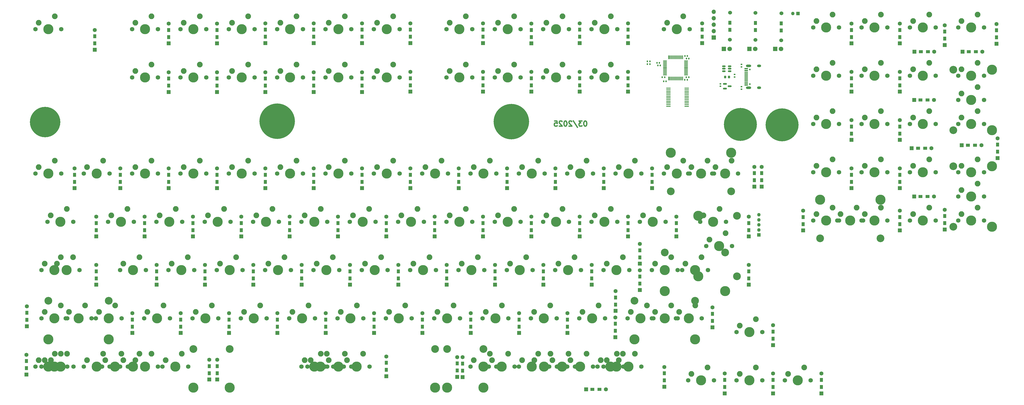
<source format=gbs>
G04 #@! TF.GenerationSoftware,KiCad,Pcbnew,9.0.0*
G04 #@! TF.CreationDate,2025-04-22T01:26:24+02:00*
G04 #@! TF.ProjectId,takt11800,74616b74-3131-4383-9030-2e6b69636164,1.0.0*
G04 #@! TF.SameCoordinates,Original*
G04 #@! TF.FileFunction,Soldermask,Bot*
G04 #@! TF.FilePolarity,Negative*
%FSLAX46Y46*%
G04 Gerber Fmt 4.6, Leading zero omitted, Abs format (unit mm)*
G04 Created by KiCad (PCBNEW 9.0.0) date 2025-04-22 01:26:24*
%MOMM*%
%LPD*%
G01*
G04 APERTURE LIST*
G04 Aperture macros list*
%AMRoundRect*
0 Rectangle with rounded corners*
0 $1 Rounding radius*
0 $2 $3 $4 $5 $6 $7 $8 $9 X,Y pos of 4 corners*
0 Add a 4 corners polygon primitive as box body*
4,1,4,$2,$3,$4,$5,$6,$7,$8,$9,$2,$3,0*
0 Add four circle primitives for the rounded corners*
1,1,$1+$1,$2,$3*
1,1,$1+$1,$4,$5*
1,1,$1+$1,$6,$7*
1,1,$1+$1,$8,$9*
0 Add four rect primitives between the rounded corners*
20,1,$1+$1,$2,$3,$4,$5,0*
20,1,$1+$1,$4,$5,$6,$7,0*
20,1,$1+$1,$6,$7,$8,$9,0*
20,1,$1+$1,$8,$9,$2,$3,0*%
G04 Aperture macros list end*
%ADD10C,0.500000*%
%ADD11C,1.750000*%
%ADD12C,3.987800*%
%ADD13C,2.250000*%
%ADD14R,1.200000X1.600000*%
%ADD15R,1.600000X1.600000*%
%ADD16C,1.600000*%
%ADD17C,3.048000*%
%ADD18R,1.600000X1.200000*%
%ADD19R,1.800000X1.800000*%
%ADD20C,1.800000*%
%ADD21C,1.524000*%
%ADD22R,1.700000X1.700000*%
%ADD23O,1.700000X1.700000*%
%ADD24O,12.000000X12.000000*%
%ADD25C,13.000000*%
%ADD26C,14.000000*%
%ADD27RoundRect,0.135000X-0.185000X0.135000X-0.185000X-0.135000X0.185000X-0.135000X0.185000X0.135000X0*%
%ADD28RoundRect,0.140000X-0.140000X-0.170000X0.140000X-0.170000X0.140000X0.170000X-0.140000X0.170000X0*%
%ADD29RoundRect,0.140000X-0.170000X0.140000X-0.170000X-0.140000X0.170000X-0.140000X0.170000X0.140000X0*%
%ADD30RoundRect,0.135000X0.185000X-0.135000X0.185000X0.135000X-0.185000X0.135000X-0.185000X-0.135000X0*%
%ADD31RoundRect,0.150000X0.512500X0.150000X-0.512500X0.150000X-0.512500X-0.150000X0.512500X-0.150000X0*%
%ADD32RoundRect,0.075000X0.662500X0.075000X-0.662500X0.075000X-0.662500X-0.075000X0.662500X-0.075000X0*%
%ADD33RoundRect,0.075000X0.075000X0.662500X-0.075000X0.662500X-0.075000X-0.662500X0.075000X-0.662500X0*%
%ADD34C,0.650000*%
%ADD35R,1.450000X0.600000*%
%ADD36R,1.450000X0.300000*%
%ADD37O,1.600000X1.000000*%
%ADD38O,2.100000X1.000000*%
%ADD39RoundRect,0.140000X0.140000X0.170000X-0.140000X0.170000X-0.140000X-0.170000X0.140000X-0.170000X0*%
%ADD40R,1.350000X1.350000*%
%ADD41O,1.350000X1.350000*%
%ADD42RoundRect,0.150000X0.587500X0.150000X-0.587500X0.150000X-0.587500X-0.150000X0.587500X-0.150000X0*%
%ADD43RoundRect,0.135000X-0.135000X-0.185000X0.135000X-0.185000X0.135000X0.185000X-0.135000X0.185000X0*%
%ADD44R,1.750000X0.450000*%
%ADD45RoundRect,0.218750X0.218750X0.256250X-0.218750X0.256250X-0.218750X-0.256250X0.218750X-0.256250X0*%
%ADD46RoundRect,0.140000X0.170000X-0.140000X0.170000X0.140000X-0.170000X0.140000X-0.170000X-0.140000X0*%
G04 APERTURE END LIST*
D10*
X240454762Y-115974238D02*
X240264285Y-115974238D01*
X240264285Y-115974238D02*
X240073809Y-116069476D01*
X240073809Y-116069476D02*
X239978571Y-116164714D01*
X239978571Y-116164714D02*
X239883333Y-116355190D01*
X239883333Y-116355190D02*
X239788095Y-116736142D01*
X239788095Y-116736142D02*
X239788095Y-117212333D01*
X239788095Y-117212333D02*
X239883333Y-117593285D01*
X239883333Y-117593285D02*
X239978571Y-117783761D01*
X239978571Y-117783761D02*
X240073809Y-117879000D01*
X240073809Y-117879000D02*
X240264285Y-117974238D01*
X240264285Y-117974238D02*
X240454762Y-117974238D01*
X240454762Y-117974238D02*
X240645238Y-117879000D01*
X240645238Y-117879000D02*
X240740476Y-117783761D01*
X240740476Y-117783761D02*
X240835714Y-117593285D01*
X240835714Y-117593285D02*
X240930952Y-117212333D01*
X240930952Y-117212333D02*
X240930952Y-116736142D01*
X240930952Y-116736142D02*
X240835714Y-116355190D01*
X240835714Y-116355190D02*
X240740476Y-116164714D01*
X240740476Y-116164714D02*
X240645238Y-116069476D01*
X240645238Y-116069476D02*
X240454762Y-115974238D01*
X239121428Y-115974238D02*
X237883333Y-115974238D01*
X237883333Y-115974238D02*
X238550000Y-116736142D01*
X238550000Y-116736142D02*
X238264285Y-116736142D01*
X238264285Y-116736142D02*
X238073809Y-116831380D01*
X238073809Y-116831380D02*
X237978571Y-116926619D01*
X237978571Y-116926619D02*
X237883333Y-117117095D01*
X237883333Y-117117095D02*
X237883333Y-117593285D01*
X237883333Y-117593285D02*
X237978571Y-117783761D01*
X237978571Y-117783761D02*
X238073809Y-117879000D01*
X238073809Y-117879000D02*
X238264285Y-117974238D01*
X238264285Y-117974238D02*
X238835714Y-117974238D01*
X238835714Y-117974238D02*
X239026190Y-117879000D01*
X239026190Y-117879000D02*
X239121428Y-117783761D01*
X235597619Y-115879000D02*
X237311904Y-118450428D01*
X235026190Y-116164714D02*
X234930952Y-116069476D01*
X234930952Y-116069476D02*
X234740476Y-115974238D01*
X234740476Y-115974238D02*
X234264285Y-115974238D01*
X234264285Y-115974238D02*
X234073809Y-116069476D01*
X234073809Y-116069476D02*
X233978571Y-116164714D01*
X233978571Y-116164714D02*
X233883333Y-116355190D01*
X233883333Y-116355190D02*
X233883333Y-116545666D01*
X233883333Y-116545666D02*
X233978571Y-116831380D01*
X233978571Y-116831380D02*
X235121428Y-117974238D01*
X235121428Y-117974238D02*
X233883333Y-117974238D01*
X232645238Y-115974238D02*
X232454761Y-115974238D01*
X232454761Y-115974238D02*
X232264285Y-116069476D01*
X232264285Y-116069476D02*
X232169047Y-116164714D01*
X232169047Y-116164714D02*
X232073809Y-116355190D01*
X232073809Y-116355190D02*
X231978571Y-116736142D01*
X231978571Y-116736142D02*
X231978571Y-117212333D01*
X231978571Y-117212333D02*
X232073809Y-117593285D01*
X232073809Y-117593285D02*
X232169047Y-117783761D01*
X232169047Y-117783761D02*
X232264285Y-117879000D01*
X232264285Y-117879000D02*
X232454761Y-117974238D01*
X232454761Y-117974238D02*
X232645238Y-117974238D01*
X232645238Y-117974238D02*
X232835714Y-117879000D01*
X232835714Y-117879000D02*
X232930952Y-117783761D01*
X232930952Y-117783761D02*
X233026190Y-117593285D01*
X233026190Y-117593285D02*
X233121428Y-117212333D01*
X233121428Y-117212333D02*
X233121428Y-116736142D01*
X233121428Y-116736142D02*
X233026190Y-116355190D01*
X233026190Y-116355190D02*
X232930952Y-116164714D01*
X232930952Y-116164714D02*
X232835714Y-116069476D01*
X232835714Y-116069476D02*
X232645238Y-115974238D01*
X231216666Y-116164714D02*
X231121428Y-116069476D01*
X231121428Y-116069476D02*
X230930952Y-115974238D01*
X230930952Y-115974238D02*
X230454761Y-115974238D01*
X230454761Y-115974238D02*
X230264285Y-116069476D01*
X230264285Y-116069476D02*
X230169047Y-116164714D01*
X230169047Y-116164714D02*
X230073809Y-116355190D01*
X230073809Y-116355190D02*
X230073809Y-116545666D01*
X230073809Y-116545666D02*
X230169047Y-116831380D01*
X230169047Y-116831380D02*
X231311904Y-117974238D01*
X231311904Y-117974238D02*
X230073809Y-117974238D01*
X228264285Y-115974238D02*
X229216666Y-115974238D01*
X229216666Y-115974238D02*
X229311904Y-116926619D01*
X229311904Y-116926619D02*
X229216666Y-116831380D01*
X229216666Y-116831380D02*
X229026190Y-116736142D01*
X229026190Y-116736142D02*
X228549999Y-116736142D01*
X228549999Y-116736142D02*
X228359523Y-116831380D01*
X228359523Y-116831380D02*
X228264285Y-116926619D01*
X228264285Y-116926619D02*
X228169047Y-117117095D01*
X228169047Y-117117095D02*
X228169047Y-117593285D01*
X228169047Y-117593285D02*
X228264285Y-117783761D01*
X228264285Y-117783761D02*
X228359523Y-117879000D01*
X228359523Y-117879000D02*
X228549999Y-117974238D01*
X228549999Y-117974238D02*
X229026190Y-117974238D01*
X229026190Y-117974238D02*
X229216666Y-117879000D01*
X229216666Y-117879000D02*
X229311904Y-117783761D01*
D11*
X23715500Y-79751250D03*
D12*
X28795500Y-79751250D03*
D11*
X33875500Y-79751250D03*
D13*
X24985500Y-77211250D03*
X31335500Y-74671250D03*
D14*
X47050000Y-85320000D03*
D15*
X47050000Y-87820000D03*
D16*
X47050000Y-80020000D03*
D14*
X47050000Y-82520000D03*
X76197500Y-82832500D03*
D15*
X76197500Y-85332500D03*
D16*
X76197500Y-77532500D03*
D14*
X76197500Y-80032500D03*
X95247500Y-82832500D03*
D15*
X95247500Y-85332500D03*
D16*
X95247500Y-77532500D03*
D14*
X95247500Y-80032500D03*
X114297500Y-82713750D03*
D15*
X114297500Y-85213750D03*
D16*
X114297500Y-77413750D03*
D14*
X114297500Y-79913750D03*
X133347500Y-82713750D03*
D15*
X133347500Y-85213750D03*
D16*
X133347500Y-77413750D03*
D14*
X133347500Y-79913750D03*
X152397500Y-82713750D03*
D15*
X152397500Y-85213750D03*
D16*
X152397500Y-77413750D03*
D14*
X152397500Y-79913750D03*
X171447500Y-82713750D03*
D15*
X171447500Y-85213750D03*
D16*
X171447500Y-77413750D03*
D14*
X171447500Y-79913750D03*
X76197500Y-102001250D03*
D15*
X76197500Y-104501250D03*
D16*
X76197500Y-96701250D03*
D14*
X76197500Y-99201250D03*
X95247500Y-102001250D03*
D15*
X95247500Y-104501250D03*
D16*
X95247500Y-96701250D03*
D14*
X95247500Y-99201250D03*
X114297500Y-102001250D03*
D15*
X114297500Y-104501250D03*
D16*
X114297500Y-96701250D03*
D14*
X114297500Y-99201250D03*
X133347500Y-102001250D03*
D15*
X133347500Y-104501250D03*
D16*
X133347500Y-96701250D03*
D14*
X133347500Y-99201250D03*
X152397500Y-102001250D03*
D15*
X152397500Y-104501250D03*
D16*
X152397500Y-96701250D03*
D14*
X152397500Y-99201250D03*
X171447500Y-101882500D03*
D15*
X171447500Y-104382500D03*
D16*
X171447500Y-96582500D03*
D14*
X171447500Y-99082500D03*
X57147500Y-139982500D03*
D15*
X57147500Y-142482500D03*
D16*
X57147500Y-134682500D03*
D14*
X57147500Y-137182500D03*
X114297500Y-139982500D03*
D15*
X114297500Y-142482500D03*
D16*
X114297500Y-134682500D03*
D14*
X114297500Y-137182500D03*
X133347500Y-139982500D03*
D15*
X133347500Y-142482500D03*
D16*
X133347500Y-134682500D03*
D14*
X133347500Y-137182500D03*
X152397500Y-139982500D03*
D15*
X152397500Y-142482500D03*
D16*
X152397500Y-134682500D03*
D14*
X152397500Y-137182500D03*
X171447500Y-139982500D03*
D15*
X171447500Y-142482500D03*
D16*
X171447500Y-134682500D03*
D14*
X171447500Y-137182500D03*
X190497500Y-139982500D03*
D15*
X190497500Y-142482500D03*
D16*
X190497500Y-134682500D03*
D14*
X190497500Y-137182500D03*
X209547500Y-139982500D03*
D15*
X209547500Y-142482500D03*
D16*
X209547500Y-134682500D03*
D14*
X209547500Y-137182500D03*
X228597500Y-139982500D03*
D15*
X228597500Y-142482500D03*
D16*
X228597500Y-134682500D03*
D14*
X228597500Y-137182500D03*
X247647500Y-139982500D03*
D15*
X247647500Y-142482500D03*
D16*
X247647500Y-134682500D03*
D14*
X247647500Y-137182500D03*
X47622500Y-159032500D03*
D15*
X47622500Y-161532500D03*
D16*
X47622500Y-153732500D03*
D14*
X47622500Y-156232500D03*
X66672500Y-159032500D03*
D15*
X66672500Y-161532500D03*
D16*
X66672500Y-153732500D03*
D14*
X66672500Y-156232500D03*
X85722500Y-159032500D03*
D15*
X85722500Y-161532500D03*
D16*
X85722500Y-153732500D03*
D14*
X85722500Y-156232500D03*
X104772500Y-159032500D03*
D15*
X104772500Y-161532500D03*
D16*
X104772500Y-153732500D03*
D14*
X104772500Y-156232500D03*
X123822500Y-159032500D03*
D15*
X123822500Y-161532500D03*
D16*
X123822500Y-153732500D03*
D14*
X123822500Y-156232500D03*
X142872500Y-159032500D03*
D15*
X142872500Y-161532500D03*
D16*
X142872500Y-153732500D03*
D14*
X142872500Y-156232500D03*
X161922500Y-159032500D03*
D15*
X161922500Y-161532500D03*
D16*
X161922500Y-153732500D03*
D14*
X161922500Y-156232500D03*
X180972500Y-159032500D03*
D15*
X180972500Y-161532500D03*
D16*
X180972500Y-153732500D03*
D14*
X180972500Y-156232500D03*
X200022500Y-159032500D03*
D15*
X200022500Y-161532500D03*
D16*
X200022500Y-153732500D03*
D14*
X200022500Y-156232500D03*
X219072500Y-159032500D03*
D15*
X219072500Y-161532500D03*
D16*
X219072500Y-153732500D03*
D14*
X219072500Y-156232500D03*
X238122500Y-159032500D03*
D15*
X238122500Y-161532500D03*
D16*
X238122500Y-153732500D03*
D14*
X238122500Y-156232500D03*
X257172500Y-159032500D03*
D15*
X257172500Y-161532500D03*
D16*
X257172500Y-153732500D03*
D14*
X257172500Y-156232500D03*
X276222500Y-159032500D03*
D15*
X276222500Y-161532500D03*
D16*
X276222500Y-153732500D03*
D14*
X276222500Y-156232500D03*
X304797500Y-159032500D03*
D15*
X304797500Y-161532500D03*
D16*
X304797500Y-153732500D03*
D14*
X304797500Y-156232500D03*
X47622500Y-178082500D03*
D15*
X47622500Y-180582500D03*
D16*
X47622500Y-172782500D03*
D14*
X47622500Y-175282500D03*
X71435000Y-178082500D03*
D15*
X71435000Y-180582500D03*
D16*
X71435000Y-172782500D03*
D14*
X71435000Y-175282500D03*
X90485000Y-178082500D03*
D15*
X90485000Y-180582500D03*
D16*
X90485000Y-172782500D03*
D14*
X90485000Y-175282500D03*
X109535000Y-178082500D03*
D15*
X109535000Y-180582500D03*
D16*
X109535000Y-172782500D03*
D14*
X109535000Y-175282500D03*
X128585000Y-178082500D03*
D15*
X128585000Y-180582500D03*
D16*
X128585000Y-172782500D03*
D14*
X128585000Y-175282500D03*
X147635000Y-178082500D03*
D15*
X147635000Y-180582500D03*
D16*
X147635000Y-172782500D03*
D14*
X147635000Y-175282500D03*
X166685000Y-178082500D03*
D15*
X166685000Y-180582500D03*
D16*
X166685000Y-172782500D03*
D14*
X166685000Y-175282500D03*
X185735000Y-178082500D03*
D15*
X185735000Y-180582500D03*
D16*
X185735000Y-172782500D03*
D14*
X185735000Y-175282500D03*
X204785000Y-178082500D03*
D15*
X204785000Y-180582500D03*
D16*
X204785000Y-172782500D03*
D14*
X204785000Y-175282500D03*
X223835000Y-178082500D03*
D15*
X223835000Y-180582500D03*
D16*
X223835000Y-172782500D03*
D14*
X223835000Y-175282500D03*
X242885000Y-178082500D03*
D15*
X242885000Y-180582500D03*
D16*
X242885000Y-172782500D03*
D14*
X242885000Y-175282500D03*
X261833400Y-180155600D03*
D15*
X261833400Y-182655600D03*
D16*
X261833400Y-174855600D03*
D14*
X261833400Y-177355600D03*
X290510000Y-194870000D03*
D15*
X290510000Y-197370000D03*
D16*
X290510000Y-189570000D03*
D14*
X290510000Y-192070000D03*
X20300000Y-194440000D03*
D15*
X20300000Y-196940000D03*
D16*
X20300000Y-189140000D03*
D14*
X20300000Y-191640000D03*
X61910000Y-197132500D03*
D15*
X61910000Y-199632500D03*
D16*
X61910000Y-191832500D03*
D14*
X61910000Y-194332500D03*
X80960000Y-197132500D03*
D15*
X80960000Y-199632500D03*
D16*
X80960000Y-191832500D03*
D14*
X80960000Y-194332500D03*
X100010000Y-197132500D03*
D15*
X100010000Y-199632500D03*
D16*
X100010000Y-191832500D03*
D14*
X100010000Y-194332500D03*
X119060000Y-197132500D03*
D15*
X119060000Y-199632500D03*
D16*
X119060000Y-191832500D03*
D14*
X119060000Y-194332500D03*
X138110000Y-197132500D03*
D15*
X138110000Y-199632500D03*
D16*
X138110000Y-191832500D03*
D14*
X138110000Y-194332500D03*
X157160000Y-197132500D03*
D15*
X157160000Y-199632500D03*
D16*
X157160000Y-191832500D03*
D14*
X157160000Y-194332500D03*
X176210000Y-197132500D03*
D15*
X176210000Y-199632500D03*
D16*
X176210000Y-191832500D03*
D14*
X176210000Y-194332500D03*
X195260000Y-197132500D03*
D15*
X195260000Y-199632500D03*
D16*
X195260000Y-191832500D03*
D14*
X195260000Y-194332500D03*
X233360000Y-197132500D03*
D15*
X233360000Y-199632500D03*
D16*
X233360000Y-191832500D03*
D14*
X233360000Y-194332500D03*
X252333800Y-188421400D03*
D15*
X252333800Y-190921400D03*
D16*
X252333800Y-183121400D03*
D14*
X252333800Y-185621400D03*
D11*
X61810900Y-79751250D03*
D12*
X66890900Y-79751250D03*
D11*
X71970900Y-79751250D03*
D13*
X63080900Y-77211250D03*
X69430900Y-74671250D03*
D11*
X80860900Y-79751250D03*
D12*
X85940900Y-79751250D03*
D11*
X91020900Y-79751250D03*
D13*
X82130900Y-77211250D03*
X88480900Y-74671250D03*
D11*
X99910900Y-79751250D03*
D12*
X104990900Y-79751250D03*
D11*
X110070900Y-79751250D03*
D13*
X101180900Y-77211250D03*
X107530900Y-74671250D03*
D11*
X118960900Y-79751250D03*
D12*
X124040900Y-79751250D03*
D11*
X129120900Y-79751250D03*
D13*
X120230900Y-77211250D03*
X126580900Y-74671250D03*
D11*
X138010900Y-79751250D03*
D12*
X143090900Y-79751250D03*
D11*
X148170900Y-79751250D03*
D13*
X139280900Y-77211250D03*
X145630900Y-74671250D03*
D11*
X157060900Y-79751250D03*
D12*
X162140900Y-79751250D03*
D11*
X167220900Y-79751250D03*
D13*
X158330900Y-77211250D03*
X164680900Y-74671250D03*
D11*
X61810900Y-98801250D03*
D12*
X66890900Y-98801250D03*
D11*
X71970900Y-98801250D03*
D13*
X63080900Y-96261250D03*
X69430900Y-93721250D03*
D11*
X80860900Y-98801250D03*
D12*
X85940900Y-98801250D03*
D11*
X91020900Y-98801250D03*
D13*
X82130900Y-96261250D03*
X88480900Y-93721250D03*
D11*
X99910900Y-98801250D03*
D12*
X104990900Y-98801250D03*
D11*
X110070900Y-98801250D03*
D13*
X101180900Y-96261250D03*
X107530900Y-93721250D03*
D11*
X118960900Y-98801250D03*
D12*
X124040900Y-98801250D03*
D11*
X129120900Y-98801250D03*
D13*
X120230900Y-96261250D03*
X126580900Y-93721250D03*
D11*
X138010900Y-98801250D03*
D12*
X143090900Y-98801250D03*
D11*
X148170900Y-98801250D03*
D13*
X139280900Y-96261250D03*
X145630900Y-93721250D03*
D11*
X157060900Y-98801250D03*
D12*
X162140900Y-98801250D03*
D11*
X167220900Y-98801250D03*
D13*
X158330900Y-96261250D03*
X164680900Y-93721250D03*
D11*
X185633500Y-98801250D03*
D12*
X190713500Y-98801250D03*
D11*
X195793500Y-98801250D03*
D13*
X186903500Y-96261250D03*
X193253500Y-93721250D03*
D11*
X204683500Y-98801250D03*
D12*
X209763500Y-98801250D03*
D11*
X214843500Y-98801250D03*
D13*
X205953500Y-96261250D03*
X212303500Y-93721250D03*
D11*
X223733500Y-98801250D03*
D12*
X228813500Y-98801250D03*
D11*
X233893500Y-98801250D03*
D13*
X225003500Y-96261250D03*
X231353500Y-93721250D03*
D11*
X242783500Y-98801250D03*
D12*
X247863500Y-98801250D03*
D11*
X252943500Y-98801250D03*
D13*
X244053500Y-96261250D03*
X250403500Y-93721250D03*
D11*
X26094250Y-193851250D03*
D12*
X31174250Y-193851250D03*
D11*
X36254250Y-193851250D03*
D13*
X27364250Y-191311250D03*
X33714250Y-188771250D03*
D17*
X28793000Y-186866250D03*
D12*
X28793000Y-202106250D03*
D11*
X35619250Y-193851250D03*
D12*
X40699250Y-193851250D03*
D11*
X45779250Y-193851250D03*
D17*
X52605500Y-186866250D03*
D12*
X52605500Y-202106250D03*
D13*
X36889250Y-191311250D03*
X43239250Y-188771250D03*
D11*
X47525500Y-193851250D03*
D12*
X52605500Y-193851250D03*
D11*
X57685500Y-193851250D03*
D13*
X48795500Y-191311250D03*
X55145500Y-188771250D03*
D11*
X66575500Y-193851250D03*
D12*
X71655500Y-193851250D03*
D11*
X76735500Y-193851250D03*
D13*
X67845500Y-191311250D03*
X74195500Y-188771250D03*
D11*
X85625500Y-193851250D03*
D12*
X90705500Y-193851250D03*
D11*
X95785500Y-193851250D03*
D13*
X86895500Y-191311250D03*
X93245500Y-188771250D03*
D11*
X104675500Y-193851250D03*
D12*
X109755500Y-193851250D03*
D11*
X114835500Y-193851250D03*
D13*
X105945500Y-191311250D03*
X112295500Y-188771250D03*
D11*
X123725500Y-193851250D03*
D12*
X128805500Y-193851250D03*
D11*
X133885500Y-193851250D03*
D13*
X124995500Y-191311250D03*
X131345500Y-188771250D03*
D11*
X142775500Y-193851250D03*
D12*
X147855500Y-193851250D03*
D11*
X152935500Y-193851250D03*
D13*
X144045500Y-191311250D03*
X150395500Y-188771250D03*
D11*
X161825500Y-193851250D03*
D12*
X166905500Y-193851250D03*
D11*
X171985500Y-193851250D03*
D13*
X163095500Y-191311250D03*
X169445500Y-188771250D03*
D11*
X180875500Y-193851250D03*
D12*
X185955500Y-193851250D03*
D11*
X191035500Y-193851250D03*
D13*
X182145500Y-191311250D03*
X188495500Y-188771250D03*
D11*
X199925500Y-193851250D03*
D12*
X205005500Y-193851250D03*
D11*
X210085500Y-193851250D03*
D13*
X201195500Y-191311250D03*
X207545500Y-188771250D03*
D11*
X218975500Y-193851250D03*
D12*
X224055500Y-193851250D03*
D11*
X229135500Y-193851250D03*
D13*
X220245500Y-191311250D03*
X226595500Y-188771250D03*
D11*
X238025500Y-193851250D03*
D12*
X243105500Y-193851250D03*
D11*
X248185500Y-193851250D03*
D13*
X239295500Y-191311250D03*
X245645500Y-188771250D03*
D11*
X23713000Y-136701250D03*
D12*
X28793000Y-136701250D03*
D11*
X33873000Y-136701250D03*
D13*
X24983000Y-134161250D03*
X31333000Y-131621250D03*
D11*
X42763000Y-136701250D03*
D12*
X47843000Y-136701250D03*
D11*
X52923000Y-136701250D03*
D13*
X44033000Y-134161250D03*
X50383000Y-131621250D03*
D11*
X61813000Y-136701250D03*
D12*
X66893000Y-136701250D03*
D11*
X71973000Y-136701250D03*
D13*
X63083000Y-134161250D03*
X69433000Y-131621250D03*
D11*
X80863000Y-136701250D03*
D12*
X85943000Y-136701250D03*
D11*
X91023000Y-136701250D03*
D13*
X82133000Y-134161250D03*
X88483000Y-131621250D03*
D11*
X99913000Y-136701250D03*
D12*
X104993000Y-136701250D03*
D11*
X110073000Y-136701250D03*
D13*
X101183000Y-134161250D03*
X107533000Y-131621250D03*
D11*
X118963000Y-136701250D03*
D12*
X124043000Y-136701250D03*
D11*
X129123000Y-136701250D03*
D13*
X120233000Y-134161250D03*
X126583000Y-131621250D03*
D11*
X138013000Y-136701250D03*
D12*
X143093000Y-136701250D03*
D11*
X148173000Y-136701250D03*
D13*
X139283000Y-134161250D03*
X145633000Y-131621250D03*
D11*
X157063000Y-136701250D03*
D12*
X162143000Y-136701250D03*
D11*
X167223000Y-136701250D03*
D13*
X158333000Y-134161250D03*
X164683000Y-131621250D03*
D11*
X176113000Y-136701250D03*
D12*
X181193000Y-136701250D03*
D11*
X186273000Y-136701250D03*
D13*
X177383000Y-134161250D03*
X183733000Y-131621250D03*
D11*
X195163000Y-136701250D03*
D12*
X200243000Y-136701250D03*
D11*
X205323000Y-136701250D03*
D13*
X196433000Y-134161250D03*
X202783000Y-131621250D03*
D11*
X214213000Y-136701250D03*
D12*
X219293000Y-136701250D03*
D11*
X224373000Y-136701250D03*
D13*
X215483000Y-134161250D03*
X221833000Y-131621250D03*
D11*
X233263000Y-136701250D03*
D12*
X238343000Y-136701250D03*
D11*
X243423000Y-136701250D03*
D13*
X234533000Y-134161250D03*
X240883000Y-131621250D03*
D11*
X252313000Y-136701250D03*
D12*
X257393000Y-136701250D03*
D11*
X262473000Y-136701250D03*
D13*
X253583000Y-134161250D03*
X259933000Y-131621250D03*
D11*
X276125500Y-193851250D03*
D12*
X281205500Y-193851250D03*
D11*
X286285500Y-193851250D03*
D13*
X277395500Y-191311250D03*
X283745500Y-188771250D03*
D14*
X266697500Y-139982500D03*
D15*
X266697500Y-142482500D03*
D16*
X266697500Y-134682500D03*
D14*
X266697500Y-137182500D03*
D11*
X257075500Y-193851250D03*
D12*
X262155500Y-193851250D03*
D11*
X267235500Y-193851250D03*
D13*
X258345500Y-191311250D03*
X264695500Y-188771250D03*
D14*
X309880000Y-139350000D03*
D15*
X309880000Y-141850000D03*
D16*
X309880000Y-134050000D03*
D14*
X309880000Y-136550000D03*
D11*
X299932000Y-199280000D03*
D12*
X305012000Y-199280000D03*
D11*
X310092000Y-199280000D03*
D13*
X301202000Y-196740000D03*
X307552000Y-194200000D03*
D14*
X252232200Y-198781600D03*
D15*
X252232200Y-201281600D03*
D16*
X252232200Y-193481600D03*
D14*
X252232200Y-195981600D03*
D11*
X271364500Y-79751250D03*
D12*
X276444500Y-79751250D03*
D11*
X281524500Y-79751250D03*
D13*
X272634500Y-77211250D03*
X278984500Y-74671250D03*
D17*
X259774250Y-186866250D03*
D12*
X259774250Y-202106250D03*
D11*
X266600500Y-193851250D03*
D12*
X271680500Y-193851250D03*
D11*
X276760500Y-193851250D03*
D17*
X283586750Y-186866250D03*
D12*
X283586750Y-202106250D03*
D13*
X267870500Y-191311250D03*
X274220500Y-188771250D03*
D11*
X271363000Y-136701250D03*
D12*
X276443000Y-136701250D03*
D11*
X281523000Y-136701250D03*
D13*
X272633000Y-134161250D03*
X278983000Y-131621250D03*
D11*
X290413000Y-136701250D03*
D12*
X295493000Y-136701250D03*
D11*
X300573000Y-136701250D03*
D13*
X291683000Y-134161250D03*
X298033000Y-131621250D03*
D12*
X274061750Y-128446250D03*
D17*
X274061750Y-143686250D03*
D11*
X280888000Y-136701250D03*
D12*
X285968000Y-136701250D03*
D11*
X291048000Y-136701250D03*
D12*
X297874250Y-128446250D03*
D17*
X297874250Y-143686250D03*
D13*
X282158000Y-134161250D03*
X288508000Y-131621250D03*
D11*
X330173750Y-98101250D03*
D12*
X335253750Y-98101250D03*
D11*
X340333750Y-98101250D03*
D13*
X331443750Y-95561250D03*
X337793750Y-93021250D03*
D11*
X349223750Y-98101250D03*
D12*
X354303750Y-98101250D03*
D11*
X359383750Y-98101250D03*
D13*
X350493750Y-95561250D03*
X356843750Y-93021250D03*
D11*
X368273750Y-98101250D03*
D12*
X373353750Y-98101250D03*
D11*
X378433750Y-98101250D03*
D13*
X369543750Y-95561250D03*
X375893750Y-93021250D03*
D14*
X39090000Y-139970000D03*
D15*
X39090000Y-142470000D03*
D16*
X39090000Y-134670000D03*
D14*
X39090000Y-137170000D03*
D17*
X385418750Y-95688250D03*
X385418750Y-119564250D03*
D11*
X387323750Y-107626250D03*
D12*
X392403750Y-107626250D03*
D11*
X397483750Y-107626250D03*
D12*
X400658750Y-95688250D03*
X400658750Y-119564250D03*
D13*
X388593750Y-105086250D03*
X394943750Y-102546250D03*
D11*
X330173750Y-117151250D03*
D12*
X335253750Y-117151250D03*
D11*
X340333750Y-117151250D03*
D13*
X331443750Y-114611250D03*
X337793750Y-112071250D03*
D11*
X349223750Y-117151250D03*
D12*
X354303750Y-117151250D03*
D11*
X359383750Y-117151250D03*
D13*
X350493750Y-114611250D03*
X356843750Y-112071250D03*
D11*
X368273750Y-117151250D03*
D12*
X373353750Y-117151250D03*
D11*
X378433750Y-117151250D03*
D13*
X369543750Y-114611250D03*
X375893750Y-112071250D03*
D11*
X330173750Y-136201250D03*
D12*
X335253750Y-136201250D03*
D11*
X340333750Y-136201250D03*
D13*
X331443750Y-133661250D03*
X337793750Y-131121250D03*
D11*
X349223750Y-136201250D03*
D12*
X354303750Y-136201250D03*
D11*
X359383750Y-136201250D03*
D13*
X350493750Y-133661250D03*
X356843750Y-131121250D03*
D11*
X368273750Y-136201250D03*
D12*
X373353750Y-136201250D03*
D11*
X378433750Y-136201250D03*
D13*
X369543750Y-133661250D03*
X375893750Y-131121250D03*
D11*
X387323750Y-136201250D03*
D12*
X392403750Y-136201250D03*
D11*
X397483750Y-136201250D03*
D13*
X388593750Y-133661250D03*
X394943750Y-131121250D03*
D17*
X385418750Y-133788250D03*
X385418750Y-157664250D03*
D11*
X387323750Y-145726250D03*
D12*
X392403750Y-145726250D03*
D11*
X397483750Y-145726250D03*
D12*
X400658750Y-133788250D03*
X400658750Y-157664250D03*
D13*
X388593750Y-143186250D03*
X394943750Y-140646250D03*
D12*
X332872500Y-146996250D03*
D17*
X332872500Y-162236250D03*
D11*
X339698750Y-155251250D03*
D12*
X344778750Y-155251250D03*
D11*
X349858750Y-155251250D03*
D12*
X356685000Y-146996250D03*
D17*
X356685000Y-162236250D03*
D13*
X340968750Y-152711250D03*
X347318750Y-150171250D03*
D11*
X330173750Y-155251250D03*
D12*
X335253750Y-155251250D03*
D11*
X340333750Y-155251250D03*
D13*
X331443750Y-152711250D03*
X337793750Y-150171250D03*
D14*
X345278750Y-82832500D03*
D15*
X345278750Y-85332500D03*
D16*
X345278750Y-77532500D03*
D14*
X345278750Y-80032500D03*
X364328750Y-82832500D03*
D15*
X364328750Y-85332500D03*
D16*
X364328750Y-77532500D03*
D14*
X364328750Y-80032500D03*
X382040000Y-83460000D03*
D15*
X382040000Y-85960000D03*
D16*
X382040000Y-78160000D03*
D14*
X382040000Y-80660000D03*
X402428750Y-82951250D03*
D15*
X402428750Y-85451250D03*
D16*
X402428750Y-77651250D03*
D14*
X402428750Y-80151250D03*
D18*
X391503750Y-88576250D03*
D15*
X389003750Y-88576250D03*
D16*
X396803750Y-88576250D03*
D18*
X394303750Y-88576250D03*
X391156400Y-125488800D03*
D15*
X388656400Y-125488800D03*
D16*
X396456400Y-125488800D03*
D18*
X393956400Y-125488800D03*
D14*
X345278750Y-120932500D03*
D15*
X345278750Y-123432500D03*
D16*
X345278750Y-115632500D03*
D14*
X345278750Y-118132500D03*
X364328750Y-120932500D03*
D15*
X364328750Y-123432500D03*
D16*
X364328750Y-115632500D03*
D14*
X364328750Y-118132500D03*
X402828800Y-128082600D03*
D15*
X402828800Y-130582600D03*
D16*
X402828800Y-122782600D03*
D14*
X402828800Y-125282600D03*
X345278750Y-139982500D03*
D15*
X345278750Y-142482500D03*
D16*
X345278750Y-134682500D03*
D14*
X345278750Y-137182500D03*
X364328750Y-139982500D03*
D15*
X364328750Y-142482500D03*
D16*
X364328750Y-134682500D03*
D14*
X364328750Y-137182500D03*
D18*
X371472500Y-126676250D03*
D15*
X368972500Y-126676250D03*
D16*
X376772500Y-126676250D03*
D18*
X374272500Y-126676250D03*
D14*
X326228750Y-156651250D03*
D15*
X326228750Y-159151250D03*
D16*
X326228750Y-151351250D03*
D14*
X326228750Y-153851250D03*
D18*
X372453750Y-145726250D03*
D15*
X369953750Y-145726250D03*
D16*
X377753750Y-145726250D03*
D18*
X375253750Y-145726250D03*
D14*
X364328750Y-156651250D03*
D15*
X364328750Y-159151250D03*
D16*
X364328750Y-151351250D03*
D14*
X364328750Y-153851250D03*
X345278750Y-101882500D03*
D15*
X345278750Y-104382500D03*
D16*
X345278750Y-96582500D03*
D14*
X345278750Y-99082500D03*
X364328750Y-101882500D03*
D15*
X364328750Y-104382500D03*
D16*
X364328750Y-96582500D03*
D14*
X364328750Y-99082500D03*
D18*
X372572500Y-88576250D03*
D15*
X370072500Y-88576250D03*
D16*
X377872500Y-88576250D03*
D18*
X375372500Y-88576250D03*
D11*
X330173750Y-79051250D03*
D12*
X335253750Y-79051250D03*
D11*
X340333750Y-79051250D03*
D13*
X331443750Y-76511250D03*
X337793750Y-73971250D03*
D11*
X349223750Y-79051250D03*
D12*
X354303750Y-79051250D03*
D11*
X359383750Y-79051250D03*
D13*
X350493750Y-76511250D03*
X356843750Y-73971250D03*
D11*
X368273750Y-79051250D03*
D12*
X373353750Y-79051250D03*
D11*
X378433750Y-79051250D03*
D13*
X369543750Y-76511250D03*
X375893750Y-73971250D03*
D11*
X387323750Y-79051250D03*
D12*
X392403750Y-79051250D03*
D11*
X397483750Y-79051250D03*
D13*
X388593750Y-76511250D03*
X394943750Y-73971250D03*
D14*
X76197500Y-139982500D03*
D15*
X76197500Y-142482500D03*
D16*
X76197500Y-134682500D03*
D14*
X76197500Y-137182500D03*
X95247500Y-139982500D03*
D15*
X95247500Y-142482500D03*
D16*
X95247500Y-134682500D03*
D14*
X95247500Y-137182500D03*
D11*
X28475500Y-155751250D03*
D12*
X33555500Y-155751250D03*
D11*
X38635500Y-155751250D03*
D13*
X29745500Y-153211250D03*
X36095500Y-150671250D03*
D11*
X52288000Y-155751250D03*
D12*
X57368000Y-155751250D03*
D11*
X62448000Y-155751250D03*
D13*
X53558000Y-153211250D03*
X59908000Y-150671250D03*
D11*
X71338000Y-155751250D03*
D12*
X76418000Y-155751250D03*
D11*
X81498000Y-155751250D03*
D13*
X72608000Y-153211250D03*
X78958000Y-150671250D03*
D11*
X90388000Y-155751250D03*
D12*
X95468000Y-155751250D03*
D11*
X100548000Y-155751250D03*
D13*
X91658000Y-153211250D03*
X98008000Y-150671250D03*
D11*
X109438000Y-155751250D03*
D12*
X114518000Y-155751250D03*
D11*
X119598000Y-155751250D03*
D13*
X110708000Y-153211250D03*
X117058000Y-150671250D03*
D11*
X128488000Y-155751250D03*
D12*
X133568000Y-155751250D03*
D11*
X138648000Y-155751250D03*
D13*
X129758000Y-153211250D03*
X136108000Y-150671250D03*
D11*
X147538000Y-155751250D03*
D12*
X152618000Y-155751250D03*
D11*
X157698000Y-155751250D03*
D13*
X148808000Y-153211250D03*
X155158000Y-150671250D03*
D11*
X166588000Y-155751250D03*
D12*
X171668000Y-155751250D03*
D11*
X176748000Y-155751250D03*
D13*
X167858000Y-153211250D03*
X174208000Y-150671250D03*
D11*
X185638000Y-155751250D03*
D12*
X190718000Y-155751250D03*
D11*
X195798000Y-155751250D03*
D13*
X186908000Y-153211250D03*
X193258000Y-150671250D03*
D11*
X204688000Y-155751250D03*
D12*
X209768000Y-155751250D03*
D11*
X214848000Y-155751250D03*
D13*
X205958000Y-153211250D03*
X212308000Y-150671250D03*
D11*
X223738000Y-155751250D03*
D12*
X228818000Y-155751250D03*
D11*
X233898000Y-155751250D03*
D13*
X225008000Y-153211250D03*
X231358000Y-150671250D03*
D11*
X242788000Y-155751250D03*
D12*
X247868000Y-155751250D03*
D11*
X252948000Y-155751250D03*
D13*
X244058000Y-153211250D03*
X250408000Y-150671250D03*
D11*
X261838000Y-155751250D03*
D12*
X266918000Y-155751250D03*
D11*
X271998000Y-155751250D03*
D13*
X263108000Y-153211250D03*
X269458000Y-150671250D03*
D11*
X285650500Y-155751250D03*
D12*
X290730500Y-155751250D03*
D11*
X295810500Y-155751250D03*
D13*
X286920500Y-153211250D03*
X293270500Y-150671250D03*
D14*
X307000000Y-139340000D03*
D15*
X307000000Y-141840000D03*
D16*
X307000000Y-134040000D03*
D14*
X307000000Y-136540000D03*
D11*
X30856750Y-174801250D03*
D12*
X35936750Y-174801250D03*
D11*
X41016750Y-174801250D03*
D13*
X32126750Y-172261250D03*
X38476750Y-169721250D03*
D11*
X57050500Y-174801250D03*
D12*
X62130500Y-174801250D03*
D11*
X67210500Y-174801250D03*
D13*
X58320500Y-172261250D03*
X64670500Y-169721250D03*
D11*
X76100500Y-174801250D03*
D12*
X81180500Y-174801250D03*
D11*
X86260500Y-174801250D03*
D13*
X77370500Y-172261250D03*
X83720500Y-169721250D03*
D11*
X95150500Y-174801250D03*
D12*
X100230500Y-174801250D03*
D11*
X105310500Y-174801250D03*
D13*
X96420500Y-172261250D03*
X102770500Y-169721250D03*
D11*
X114200500Y-174801250D03*
D12*
X119280500Y-174801250D03*
D11*
X124360500Y-174801250D03*
D13*
X115470500Y-172261250D03*
X121820500Y-169721250D03*
D11*
X133250500Y-174801250D03*
D12*
X138330500Y-174801250D03*
D11*
X143410500Y-174801250D03*
D13*
X134520500Y-172261250D03*
X140870500Y-169721250D03*
D11*
X152300500Y-174801250D03*
D12*
X157380500Y-174801250D03*
D11*
X162460500Y-174801250D03*
D13*
X153570500Y-172261250D03*
X159920500Y-169721250D03*
D11*
X171350500Y-174801250D03*
D12*
X176430500Y-174801250D03*
D11*
X181510500Y-174801250D03*
D13*
X172620500Y-172261250D03*
X178970500Y-169721250D03*
D11*
X190400500Y-174801250D03*
D12*
X195480500Y-174801250D03*
D11*
X200560500Y-174801250D03*
D13*
X191670500Y-172261250D03*
X198020500Y-169721250D03*
D11*
X209450500Y-174801250D03*
D12*
X214530500Y-174801250D03*
D11*
X219610500Y-174801250D03*
D13*
X210720500Y-172261250D03*
X217070500Y-169721250D03*
D11*
X228500500Y-174801250D03*
D12*
X233580500Y-174801250D03*
D11*
X238660500Y-174801250D03*
D13*
X229770500Y-172261250D03*
X236120500Y-169721250D03*
D11*
X247550500Y-174801250D03*
D12*
X252630500Y-174801250D03*
D11*
X257710500Y-174801250D03*
D13*
X248820500Y-172261250D03*
X255170500Y-169721250D03*
D11*
X266600500Y-174801250D03*
D12*
X271680500Y-174801250D03*
D11*
X276760500Y-174801250D03*
D13*
X267870500Y-172261250D03*
X274220500Y-169721250D03*
D17*
X271680500Y-167816250D03*
D12*
X271680500Y-183056250D03*
D11*
X278506750Y-174801250D03*
D12*
X283586750Y-174801250D03*
D11*
X288666750Y-174801250D03*
D17*
X295493000Y-167816250D03*
D12*
X295493000Y-183056250D03*
D13*
X279776750Y-172261250D03*
X286126750Y-169721250D03*
D11*
X349223750Y-155251250D03*
D12*
X354303750Y-155251250D03*
D11*
X359383750Y-155251250D03*
D13*
X350493750Y-152711250D03*
X356843750Y-150171250D03*
D11*
X387323750Y-117151250D03*
D12*
X392403750Y-117151250D03*
D11*
X397483750Y-117151250D03*
D13*
X388593750Y-114611250D03*
X394943750Y-112071250D03*
D11*
X26094250Y-174801250D03*
D12*
X31174250Y-174801250D03*
D11*
X36254250Y-174801250D03*
D13*
X27364250Y-172261250D03*
X33714250Y-169721250D03*
D14*
X261833400Y-169789400D03*
D15*
X261833400Y-172289400D03*
D16*
X261833400Y-164489400D03*
D14*
X261833400Y-166989400D03*
X314322500Y-201895000D03*
D15*
X314322500Y-204395000D03*
D16*
X314322500Y-196595000D03*
D14*
X314322500Y-199095000D03*
X333372500Y-220945000D03*
D15*
X333372500Y-223445000D03*
D16*
X333372500Y-215645000D03*
D14*
X333372500Y-218145000D03*
X314322500Y-220945000D03*
D15*
X314322500Y-223445000D03*
D16*
X314322500Y-215645000D03*
D14*
X314322500Y-218145000D03*
X295272500Y-220945000D03*
D15*
X295272500Y-223445000D03*
D16*
X295272500Y-215645000D03*
D14*
X295272500Y-218145000D03*
X382040000Y-156270000D03*
D15*
X382040000Y-158770000D03*
D16*
X382040000Y-150970000D03*
D14*
X382040000Y-153470000D03*
X192010000Y-214510000D03*
D15*
X192010000Y-217010000D03*
D16*
X192010000Y-209210000D03*
D14*
X192010000Y-211710000D03*
X161925000Y-214193750D03*
D15*
X161925000Y-216693750D03*
D16*
X161925000Y-208893750D03*
D14*
X161925000Y-211393750D03*
X20130000Y-213520000D03*
D15*
X20130000Y-216020000D03*
D16*
X20130000Y-208220000D03*
D14*
X20130000Y-210720000D03*
X271510000Y-218350000D03*
D15*
X271510000Y-220850000D03*
D16*
X271510000Y-213050000D03*
D14*
X271510000Y-215550000D03*
D11*
X387323750Y-155251250D03*
D12*
X392403750Y-155251250D03*
D11*
X397483750Y-155251250D03*
D13*
X388593750Y-152711250D03*
X394943750Y-150171250D03*
D11*
X185633500Y-79751250D03*
D12*
X190713500Y-79751250D03*
D11*
X195793500Y-79751250D03*
D13*
X186903500Y-77211250D03*
X193253500Y-74671250D03*
D11*
X204683500Y-79751250D03*
D12*
X209763500Y-79751250D03*
D11*
X214843500Y-79751250D03*
D13*
X205953500Y-77211250D03*
X212303500Y-74671250D03*
D11*
X223733500Y-79751250D03*
D12*
X228813500Y-79751250D03*
D11*
X233893500Y-79751250D03*
D13*
X225003500Y-77211250D03*
X231353500Y-74671250D03*
D11*
X242783500Y-79751250D03*
D12*
X247863500Y-79751250D03*
D11*
X252943500Y-79751250D03*
D13*
X244053500Y-77211250D03*
X250403500Y-74671250D03*
D14*
X200022500Y-82713750D03*
D15*
X200022500Y-85213750D03*
D16*
X200022500Y-77413750D03*
D14*
X200022500Y-79913750D03*
X219072500Y-82832500D03*
D15*
X219072500Y-85332500D03*
D16*
X219072500Y-77532500D03*
D14*
X219072500Y-80032500D03*
X238122500Y-82713750D03*
D15*
X238122500Y-85213750D03*
D16*
X238122500Y-77413750D03*
D14*
X238122500Y-79913750D03*
X257172500Y-82713750D03*
D15*
X257172500Y-85213750D03*
D16*
X257172500Y-77413750D03*
D14*
X257172500Y-79913750D03*
X286447500Y-82713750D03*
D15*
X286447500Y-85213750D03*
D16*
X286447500Y-77413750D03*
D14*
X286447500Y-79913750D03*
X200022500Y-101882500D03*
D15*
X200022500Y-104382500D03*
D16*
X200022500Y-96582500D03*
D14*
X200022500Y-99082500D03*
X219072500Y-101882500D03*
D15*
X219072500Y-104382500D03*
D16*
X219072500Y-96582500D03*
D14*
X219072500Y-99082500D03*
X238122500Y-101882500D03*
D15*
X238122500Y-104382500D03*
D16*
X238122500Y-96582500D03*
D14*
X238122500Y-99082500D03*
X257172500Y-101882500D03*
D15*
X257172500Y-104382500D03*
D16*
X257172500Y-96582500D03*
D14*
X257172500Y-99082500D03*
D12*
X284856750Y-153338250D03*
X284856750Y-177214250D03*
D11*
X288031750Y-165276250D03*
D12*
X293111750Y-165276250D03*
D11*
X298191750Y-165276250D03*
D17*
X300096750Y-153338250D03*
X300096750Y-177214250D03*
D13*
X289301750Y-162736250D03*
X295651750Y-160196250D03*
D14*
X304797500Y-178082500D03*
D15*
X304797500Y-180582500D03*
D16*
X304797500Y-172782500D03*
D14*
X304797500Y-175282500D03*
D18*
X372453750Y-107626250D03*
D15*
X369953750Y-107626250D03*
D16*
X377753750Y-107626250D03*
D18*
X375253750Y-107626250D03*
X243180000Y-221870000D03*
D15*
X240680000Y-221870000D03*
D16*
X248480000Y-221870000D03*
D18*
X245980000Y-221870000D03*
D19*
X294980000Y-87530000D03*
D20*
X297270000Y-87530000D03*
D19*
X305070000Y-87490000D03*
D20*
X307360000Y-87490000D03*
D19*
X315230000Y-87490000D03*
D20*
X317520000Y-87490000D03*
D11*
X299932000Y-218330000D03*
D12*
X305012000Y-218330000D03*
D11*
X310092000Y-218330000D03*
D13*
X301202000Y-215790000D03*
X307552000Y-213250000D03*
D11*
X28475790Y-212901250D03*
D12*
X33555790Y-212901250D03*
D11*
X38635790Y-212901250D03*
D13*
X29745790Y-210361250D03*
X36095790Y-207821250D03*
D17*
X85949650Y-205916260D03*
D12*
X85949650Y-221156260D03*
D11*
X130869550Y-212901260D03*
D12*
X135949550Y-212901260D03*
D11*
X141029550Y-212901260D03*
D17*
X185949450Y-205916260D03*
D12*
X185949450Y-221156260D03*
D13*
X132139550Y-210361260D03*
X138489550Y-207821260D03*
D11*
X387323750Y-98101250D03*
D12*
X392403750Y-98101250D03*
D11*
X397483750Y-98101250D03*
D13*
X388593750Y-95561250D03*
X394943750Y-93021250D03*
D11*
X26094500Y-212901250D03*
D12*
X31174500Y-212901250D03*
D11*
X36254500Y-212901250D03*
D13*
X27364500Y-210361250D03*
X33714500Y-207821250D03*
D14*
X95290000Y-215510000D03*
D15*
X95290000Y-218010000D03*
D16*
X95290000Y-210210000D03*
D14*
X95290000Y-212710000D03*
D17*
X100237100Y-205916370D03*
D12*
X100237100Y-221156370D03*
D11*
X145157000Y-212901370D03*
D12*
X150237000Y-212901370D03*
D11*
X155317000Y-212901370D03*
D17*
X200236900Y-205916370D03*
D12*
X200236900Y-221156370D03*
D13*
X146427000Y-210361370D03*
X152777000Y-207821370D03*
D11*
X23713300Y-212901250D03*
D12*
X28793300Y-212901250D03*
D11*
X33873300Y-212901250D03*
D13*
X24983300Y-210361250D03*
X31333300Y-207821250D03*
D14*
X214310000Y-197132500D03*
D15*
X214310000Y-199632500D03*
D16*
X214310000Y-191832500D03*
D14*
X214310000Y-194332500D03*
D11*
X202307040Y-212901370D03*
D12*
X207387040Y-212901370D03*
D11*
X212467040Y-212901370D03*
D13*
X203577040Y-210361370D03*
X209927040Y-207821370D03*
D17*
X85943300Y-205916294D03*
D12*
X85943300Y-221156294D03*
D11*
X138013300Y-212901294D03*
D12*
X143093300Y-212901294D03*
D11*
X148173300Y-212901294D03*
D17*
X200243300Y-205916294D03*
D12*
X200243300Y-221156294D03*
D13*
X139283300Y-210361294D03*
X145633300Y-207821294D03*
D11*
X226119530Y-212901329D03*
D12*
X231199530Y-212901329D03*
D11*
X236279530Y-212901329D03*
D13*
X227389530Y-210361329D03*
X233739530Y-207821329D03*
D11*
X42763300Y-212901250D03*
D12*
X47843300Y-212901250D03*
D11*
X52923300Y-212901250D03*
D13*
X44033300Y-210361250D03*
X50383300Y-207821250D03*
D11*
X57050780Y-212901250D03*
D12*
X62130780Y-212901250D03*
D11*
X67210780Y-212901250D03*
D13*
X58320780Y-210361250D03*
X64670780Y-207821250D03*
D11*
X73719490Y-212901290D03*
D12*
X78799490Y-212901290D03*
D11*
X83879490Y-212901290D03*
D13*
X74989490Y-210361290D03*
X81339490Y-207821290D03*
D11*
X49906980Y-212901250D03*
D12*
X54986980Y-212901250D03*
D11*
X60066980Y-212901250D03*
D13*
X51176980Y-210361250D03*
X57526980Y-207821250D03*
D14*
X92150000Y-215500000D03*
D15*
X92150000Y-218000000D03*
D16*
X92150000Y-210200000D03*
D14*
X92150000Y-212700000D03*
D11*
X61813300Y-212901450D03*
D12*
X66893300Y-212901450D03*
D11*
X71973300Y-212901450D03*
D13*
X63083300Y-210361450D03*
X69433300Y-207821450D03*
D11*
X214213250Y-212901330D03*
D12*
X219293250Y-212901330D03*
D11*
X224373250Y-212901330D03*
D13*
X215483250Y-210361330D03*
X221833250Y-207821330D03*
D11*
X218975803Y-212901270D03*
D12*
X224055803Y-212901270D03*
D11*
X229135803Y-212901270D03*
D13*
X220245803Y-210361270D03*
X226595803Y-207821270D03*
D11*
X233263250Y-212901260D03*
D12*
X238343250Y-212901260D03*
D11*
X243423250Y-212901260D03*
D13*
X234533250Y-210361260D03*
X240883250Y-207821260D03*
D11*
X245169450Y-212901330D03*
D12*
X250249450Y-212901330D03*
D11*
X255329450Y-212901330D03*
D13*
X246439450Y-210361330D03*
X252789450Y-207821330D03*
D11*
X247550800Y-212901330D03*
D12*
X252630800Y-212901330D03*
D11*
X257710800Y-212901330D03*
D13*
X248820800Y-210361330D03*
X255170800Y-207821330D03*
D11*
X252313250Y-212901336D03*
D12*
X257393250Y-212901336D03*
D11*
X262473250Y-212901336D03*
D13*
X253583250Y-210361336D03*
X259933250Y-207821336D03*
D11*
X368273750Y-155251250D03*
D12*
X373353750Y-155251250D03*
D11*
X378433750Y-155251250D03*
D13*
X369543750Y-152711250D03*
X375893750Y-150171250D03*
D11*
X280882000Y-218329700D03*
D12*
X285962000Y-218329700D03*
D11*
X291042000Y-218329700D03*
D13*
X282152000Y-215789700D03*
X288502000Y-213249700D03*
D11*
X318982000Y-218330000D03*
D12*
X324062000Y-218330000D03*
D11*
X329142000Y-218330000D03*
D13*
X320252000Y-215790000D03*
X326602000Y-213250000D03*
D11*
X195163400Y-212901275D03*
D12*
X200243400Y-212901275D03*
D11*
X205323400Y-212901275D03*
D13*
X196433400Y-210361275D03*
X202783400Y-207821275D03*
D14*
X317610000Y-80210000D03*
D21*
X317610000Y-84130000D03*
X317620000Y-73410000D03*
D14*
X317610000Y-77410000D03*
D17*
X85942000Y-205917000D03*
D12*
X85942000Y-221157000D03*
D11*
X128487000Y-212902000D03*
D12*
X133567000Y-212902000D03*
D11*
X138647000Y-212902000D03*
D17*
X181192000Y-205917000D03*
D12*
X181192000Y-221157000D03*
D13*
X129757000Y-210362000D03*
X136107000Y-207822000D03*
D14*
X189880000Y-214450000D03*
D15*
X189880000Y-216950000D03*
D16*
X189880000Y-209150000D03*
D14*
X189880000Y-211650000D03*
X307390000Y-80050000D03*
D21*
X307390000Y-83970000D03*
X307400000Y-73250000D03*
D14*
X307390000Y-77250000D03*
X297370000Y-79980000D03*
D21*
X297370000Y-83900000D03*
X297380000Y-73180000D03*
D14*
X297370000Y-77180000D03*
D22*
X291010000Y-83040000D03*
D23*
X291010000Y-80500000D03*
X291010000Y-77960000D03*
X291010000Y-75420000D03*
X291010000Y-72880000D03*
D24*
X27510000Y-116370000D03*
D25*
X317900000Y-117440000D03*
X301450000Y-117340000D03*
D26*
X118930000Y-116030000D03*
X211190000Y-116180000D03*
D27*
X301900000Y-103420000D03*
X301900000Y-102400000D03*
D28*
X272220000Y-100250000D03*
X271260000Y-100250000D03*
D29*
X299220000Y-98570000D03*
X299220000Y-97610000D03*
D30*
X301880000Y-93620000D03*
X301880000Y-94640000D03*
D31*
X294990000Y-96270000D03*
X294990000Y-95320000D03*
X294990000Y-94370000D03*
X297265000Y-94370000D03*
X297265000Y-95320000D03*
X297265000Y-96270000D03*
D32*
X271757500Y-97747500D03*
X271757500Y-97247500D03*
X271757500Y-96747500D03*
X271757500Y-96247500D03*
X271757500Y-95747500D03*
X271757500Y-95247500D03*
X271757500Y-94747500D03*
X271757500Y-94247500D03*
X271757500Y-93747500D03*
X271757500Y-93247500D03*
X271757500Y-92747500D03*
X271757500Y-92247500D03*
D33*
X273170000Y-90835000D03*
X273670000Y-90835000D03*
X274170000Y-90835000D03*
X274670000Y-90835000D03*
X275170000Y-90835000D03*
X275670000Y-90835000D03*
X276170000Y-90835000D03*
X276670000Y-90835000D03*
X277170000Y-90835000D03*
X277670000Y-90835000D03*
X278170000Y-90835000D03*
X278670000Y-90835000D03*
D32*
X280082500Y-92247500D03*
X280082500Y-92747500D03*
X280082500Y-93247500D03*
X280082500Y-93747500D03*
X280082500Y-94247500D03*
X280082500Y-94747500D03*
X280082500Y-95247500D03*
X280082500Y-95747500D03*
X280082500Y-96247500D03*
X280082500Y-96747500D03*
X280082500Y-97247500D03*
X280082500Y-97747500D03*
D33*
X278670000Y-99160000D03*
X278170000Y-99160000D03*
X277670000Y-99160000D03*
X277170000Y-99160000D03*
X276670000Y-99160000D03*
X276170000Y-99160000D03*
X275670000Y-99160000D03*
X275170000Y-99160000D03*
X274670000Y-99160000D03*
X274170000Y-99160000D03*
X273670000Y-99160000D03*
X273170000Y-99160000D03*
D28*
X280543500Y-99714500D03*
X279583500Y-99714500D03*
X271653500Y-98694500D03*
X270693500Y-98694500D03*
D34*
X305200000Y-95630000D03*
X305200000Y-101410000D03*
D35*
X303755000Y-95270000D03*
X303755000Y-96070000D03*
D36*
X303755000Y-97270000D03*
X303755000Y-98270000D03*
X303755000Y-98770000D03*
X303755000Y-99770000D03*
D35*
X303755000Y-100970000D03*
X303755000Y-101770000D03*
X303755000Y-101770000D03*
X303755000Y-100970000D03*
D36*
X303755000Y-100270000D03*
X303755000Y-99270000D03*
X303755000Y-97770000D03*
X303755000Y-96770000D03*
D35*
X303755000Y-96070000D03*
X303755000Y-95270000D03*
D37*
X308850000Y-94200000D03*
D38*
X304670000Y-94200000D03*
D37*
X308850000Y-102840000D03*
D38*
X304670000Y-102840000D03*
D39*
X268600000Y-92970000D03*
X269560000Y-92970000D03*
D28*
X281150000Y-91300000D03*
X280190000Y-91300000D03*
D40*
X324160000Y-73540000D03*
D41*
X322160000Y-73540000D03*
D42*
X295372500Y-103190000D03*
X295372500Y-101290000D03*
X297247500Y-102240000D03*
D43*
X265830000Y-92430000D03*
X264810000Y-92430000D03*
D44*
X273110000Y-110180000D03*
X273110000Y-109530000D03*
X273110000Y-108880000D03*
X273110000Y-108230000D03*
X273110000Y-107580000D03*
X273110000Y-106930000D03*
X273110000Y-106280000D03*
X273110000Y-105630000D03*
X273110000Y-104980000D03*
X273110000Y-104330000D03*
X273110000Y-103680000D03*
X273110000Y-103030000D03*
X280310000Y-103030000D03*
X280310000Y-103680000D03*
X280310000Y-104330000D03*
X280310000Y-104980000D03*
X280310000Y-105630000D03*
X280310000Y-106280000D03*
X280310000Y-106930000D03*
X280310000Y-107580000D03*
X280310000Y-108230000D03*
X280310000Y-108880000D03*
X280310000Y-109530000D03*
X280310000Y-110180000D03*
D28*
X281143500Y-98694500D03*
X280183500Y-98694500D03*
D45*
X295452500Y-98560000D03*
X297027500Y-98560000D03*
D39*
X268950000Y-94030000D03*
X269910000Y-94030000D03*
D28*
X280560000Y-90270000D03*
X279600000Y-90270000D03*
D40*
X308770000Y-160950000D03*
D41*
X308770000Y-158950000D03*
X308770000Y-156950000D03*
X308770000Y-154950000D03*
X308770000Y-152950000D03*
D46*
X293620000Y-101290000D03*
X293620000Y-102250000D03*
D43*
X265840000Y-93490000D03*
X264820000Y-93490000D03*
M02*

</source>
